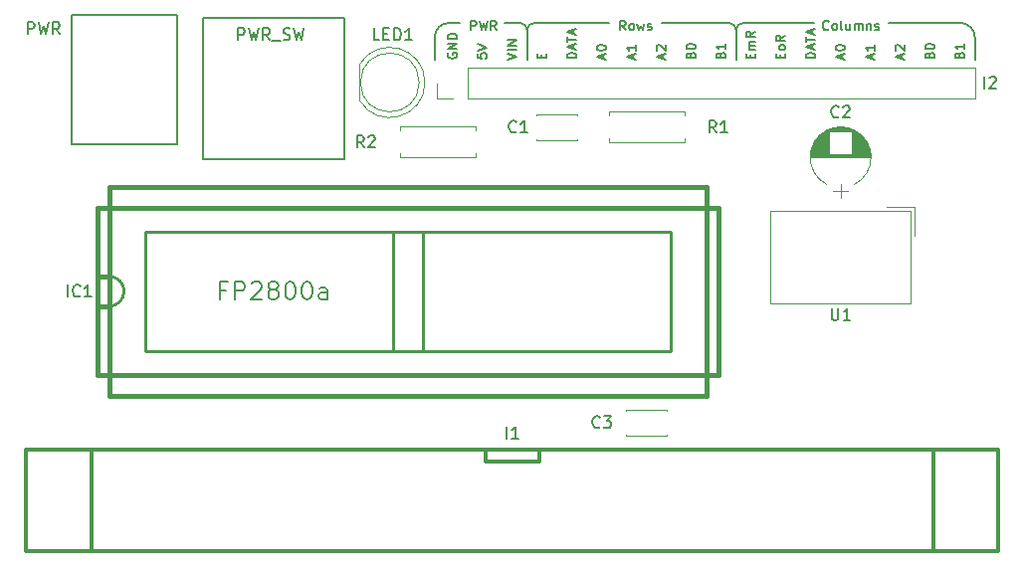
<source format=gbr>
G04 #@! TF.GenerationSoftware,KiCad,Pcbnew,(5.0.0-rc3-dev)*
G04 #@! TF.CreationDate,2019-01-29T23:40:13+01:00*
G04 #@! TF.ProjectId,Lawo 28x13,4C61776F2032387831332E6B69636164,0.12*
G04 #@! TF.SameCoordinates,Original*
G04 #@! TF.FileFunction,Legend,Top*
G04 #@! TF.FilePolarity,Positive*
%FSLAX46Y46*%
G04 Gerber Fmt 4.6, Leading zero omitted, Abs format (unit mm)*
G04 Created by KiCad (PCBNEW (5.0.0-rc3-dev)) date 2019 January 29, Tuesday 23:40:13*
%MOMM*%
%LPD*%
G01*
G04 APERTURE LIST*
%ADD10C,0.150000*%
%ADD11C,0.200000*%
%ADD12C,0.120000*%
%ADD13C,0.381000*%
%ADD14C,0.254000*%
%ADD15C,0.304800*%
%ADD16C,0.299720*%
%ADD17C,0.203200*%
G04 APERTURE END LIST*
D10*
X106108666Y-89860380D02*
X106108666Y-88860380D01*
X106489619Y-88860380D01*
X106584857Y-88908000D01*
X106632476Y-88955619D01*
X106680095Y-89050857D01*
X106680095Y-89193714D01*
X106632476Y-89288952D01*
X106584857Y-89336571D01*
X106489619Y-89384190D01*
X106108666Y-89384190D01*
X107013428Y-88860380D02*
X107251523Y-89860380D01*
X107442000Y-89146095D01*
X107632476Y-89860380D01*
X107870571Y-88860380D01*
X108822952Y-89860380D02*
X108489619Y-89384190D01*
X108251523Y-89860380D02*
X108251523Y-88860380D01*
X108632476Y-88860380D01*
X108727714Y-88908000D01*
X108775333Y-88955619D01*
X108822952Y-89050857D01*
X108822952Y-89193714D01*
X108775333Y-89288952D01*
X108727714Y-89336571D01*
X108632476Y-89384190D01*
X108251523Y-89384190D01*
X123984095Y-90368380D02*
X123984095Y-89368380D01*
X124365047Y-89368380D01*
X124460285Y-89416000D01*
X124507904Y-89463619D01*
X124555523Y-89558857D01*
X124555523Y-89701714D01*
X124507904Y-89796952D01*
X124460285Y-89844571D01*
X124365047Y-89892190D01*
X123984095Y-89892190D01*
X124888857Y-89368380D02*
X125126952Y-90368380D01*
X125317428Y-89654095D01*
X125507904Y-90368380D01*
X125746000Y-89368380D01*
X126698380Y-90368380D02*
X126365047Y-89892190D01*
X126126952Y-90368380D02*
X126126952Y-89368380D01*
X126507904Y-89368380D01*
X126603142Y-89416000D01*
X126650761Y-89463619D01*
X126698380Y-89558857D01*
X126698380Y-89701714D01*
X126650761Y-89796952D01*
X126603142Y-89844571D01*
X126507904Y-89892190D01*
X126126952Y-89892190D01*
X126888857Y-90463619D02*
X127650761Y-90463619D01*
X127841238Y-90320761D02*
X127984095Y-90368380D01*
X128222190Y-90368380D01*
X128317428Y-90320761D01*
X128365047Y-90273142D01*
X128412666Y-90177904D01*
X128412666Y-90082666D01*
X128365047Y-89987428D01*
X128317428Y-89939809D01*
X128222190Y-89892190D01*
X128031714Y-89844571D01*
X127936476Y-89796952D01*
X127888857Y-89749333D01*
X127841238Y-89654095D01*
X127841238Y-89558857D01*
X127888857Y-89463619D01*
X127936476Y-89416000D01*
X128031714Y-89368380D01*
X128269809Y-89368380D01*
X128412666Y-89416000D01*
X128746000Y-89368380D02*
X128984095Y-90368380D01*
X129174571Y-89654095D01*
X129365047Y-90368380D01*
X129603142Y-89368380D01*
D11*
X186690000Y-90170000D02*
G75*
G03X185420000Y-88900000I-1270000J0D01*
G01*
X166370000Y-89535000D02*
G75*
G03X165735000Y-88900000I-635000J0D01*
G01*
X167005000Y-88900000D02*
G75*
G03X166370000Y-89535000I0J-635000D01*
G01*
X165100000Y-88900000D02*
X165735000Y-88900000D01*
X167640000Y-88900000D02*
X167005000Y-88900000D01*
X166370000Y-89535000D02*
X166370000Y-92075000D01*
X149225000Y-88900000D02*
X149860000Y-88900000D01*
X147955000Y-88900000D02*
X147320000Y-88900000D01*
X148590000Y-89535000D02*
X148590000Y-92075000D01*
X149225000Y-88900000D02*
G75*
G03X148590000Y-89535000I0J-635000D01*
G01*
X148590000Y-89535000D02*
G75*
G03X147955000Y-88900000I-635000J0D01*
G01*
X141986000Y-88900000D02*
G75*
G03X140716000Y-90170000I0J-1270000D01*
G01*
D10*
X160153333Y-91952119D02*
X160153333Y-91571166D01*
X160381904Y-92028309D02*
X159581904Y-91761642D01*
X160381904Y-91494976D01*
X159658095Y-91266404D02*
X159620000Y-91228309D01*
X159581904Y-91152119D01*
X159581904Y-90961642D01*
X159620000Y-90885452D01*
X159658095Y-90847357D01*
X159734285Y-90809261D01*
X159810476Y-90809261D01*
X159924761Y-90847357D01*
X160381904Y-91304500D01*
X160381904Y-90809261D01*
D11*
X141986000Y-88900000D02*
X142875000Y-88900000D01*
X140716000Y-92075000D02*
X140716000Y-90170000D01*
X147320000Y-88900000D02*
X146685000Y-88900000D01*
D10*
X143797976Y-89515904D02*
X143797976Y-88715904D01*
X144102738Y-88715904D01*
X144178928Y-88754000D01*
X144217023Y-88792095D01*
X144255119Y-88868285D01*
X144255119Y-88982571D01*
X144217023Y-89058761D01*
X144178928Y-89096857D01*
X144102738Y-89134952D01*
X143797976Y-89134952D01*
X144521785Y-88715904D02*
X144712261Y-89515904D01*
X144864642Y-88944476D01*
X145017023Y-89515904D01*
X145207500Y-88715904D01*
X145969404Y-89515904D02*
X145702738Y-89134952D01*
X145512261Y-89515904D02*
X145512261Y-88715904D01*
X145817023Y-88715904D01*
X145893214Y-88754000D01*
X145931309Y-88792095D01*
X145969404Y-88868285D01*
X145969404Y-88982571D01*
X145931309Y-89058761D01*
X145893214Y-89096857D01*
X145817023Y-89134952D01*
X145512261Y-89134952D01*
D11*
X186690000Y-90170000D02*
X186690000Y-92075000D01*
X179324000Y-88900000D02*
X185420000Y-88900000D01*
X167640000Y-88900000D02*
X172974000Y-88900000D01*
X160020000Y-88900000D02*
X165100000Y-88900000D01*
X149860000Y-88900000D02*
X155575000Y-88900000D01*
D10*
X174227119Y-89439714D02*
X174189023Y-89477809D01*
X174074738Y-89515904D01*
X173998547Y-89515904D01*
X173884261Y-89477809D01*
X173808071Y-89401619D01*
X173769976Y-89325428D01*
X173731880Y-89173047D01*
X173731880Y-89058761D01*
X173769976Y-88906380D01*
X173808071Y-88830190D01*
X173884261Y-88754000D01*
X173998547Y-88715904D01*
X174074738Y-88715904D01*
X174189023Y-88754000D01*
X174227119Y-88792095D01*
X174684261Y-89515904D02*
X174608071Y-89477809D01*
X174569976Y-89439714D01*
X174531880Y-89363523D01*
X174531880Y-89134952D01*
X174569976Y-89058761D01*
X174608071Y-89020666D01*
X174684261Y-88982571D01*
X174798547Y-88982571D01*
X174874738Y-89020666D01*
X174912833Y-89058761D01*
X174950928Y-89134952D01*
X174950928Y-89363523D01*
X174912833Y-89439714D01*
X174874738Y-89477809D01*
X174798547Y-89515904D01*
X174684261Y-89515904D01*
X175408071Y-89515904D02*
X175331880Y-89477809D01*
X175293785Y-89401619D01*
X175293785Y-88715904D01*
X176055690Y-88982571D02*
X176055690Y-89515904D01*
X175712833Y-88982571D02*
X175712833Y-89401619D01*
X175750928Y-89477809D01*
X175827119Y-89515904D01*
X175941404Y-89515904D01*
X176017595Y-89477809D01*
X176055690Y-89439714D01*
X176436642Y-89515904D02*
X176436642Y-88982571D01*
X176436642Y-89058761D02*
X176474738Y-89020666D01*
X176550928Y-88982571D01*
X176665214Y-88982571D01*
X176741404Y-89020666D01*
X176779500Y-89096857D01*
X176779500Y-89515904D01*
X176779500Y-89096857D02*
X176817595Y-89020666D01*
X176893785Y-88982571D01*
X177008071Y-88982571D01*
X177084261Y-89020666D01*
X177122357Y-89096857D01*
X177122357Y-89515904D01*
X177503309Y-88982571D02*
X177503309Y-89515904D01*
X177503309Y-89058761D02*
X177541404Y-89020666D01*
X177617595Y-88982571D01*
X177731880Y-88982571D01*
X177808071Y-89020666D01*
X177846166Y-89096857D01*
X177846166Y-89515904D01*
X178189023Y-89477809D02*
X178265214Y-89515904D01*
X178417595Y-89515904D01*
X178493785Y-89477809D01*
X178531880Y-89401619D01*
X178531880Y-89363523D01*
X178493785Y-89287333D01*
X178417595Y-89249238D01*
X178303309Y-89249238D01*
X178227119Y-89211142D01*
X178189023Y-89134952D01*
X178189023Y-89096857D01*
X178227119Y-89020666D01*
X178303309Y-88982571D01*
X178417595Y-88982571D01*
X178493785Y-89020666D01*
X156955119Y-89515904D02*
X156688452Y-89134952D01*
X156497976Y-89515904D02*
X156497976Y-88715904D01*
X156802738Y-88715904D01*
X156878928Y-88754000D01*
X156917023Y-88792095D01*
X156955119Y-88868285D01*
X156955119Y-88982571D01*
X156917023Y-89058761D01*
X156878928Y-89096857D01*
X156802738Y-89134952D01*
X156497976Y-89134952D01*
X157412261Y-89515904D02*
X157336071Y-89477809D01*
X157297976Y-89439714D01*
X157259880Y-89363523D01*
X157259880Y-89134952D01*
X157297976Y-89058761D01*
X157336071Y-89020666D01*
X157412261Y-88982571D01*
X157526547Y-88982571D01*
X157602738Y-89020666D01*
X157640833Y-89058761D01*
X157678928Y-89134952D01*
X157678928Y-89363523D01*
X157640833Y-89439714D01*
X157602738Y-89477809D01*
X157526547Y-89515904D01*
X157412261Y-89515904D01*
X157945595Y-88982571D02*
X158097976Y-89515904D01*
X158250357Y-89134952D01*
X158402738Y-89515904D01*
X158555119Y-88982571D01*
X158821785Y-89477809D02*
X158897976Y-89515904D01*
X159050357Y-89515904D01*
X159126547Y-89477809D01*
X159164642Y-89401619D01*
X159164642Y-89363523D01*
X159126547Y-89287333D01*
X159050357Y-89249238D01*
X158936071Y-89249238D01*
X158859880Y-89211142D01*
X158821785Y-89134952D01*
X158821785Y-89096857D01*
X158859880Y-89020666D01*
X158936071Y-88982571D01*
X159050357Y-88982571D01*
X159126547Y-89020666D01*
X170122857Y-91914023D02*
X170122857Y-91647357D01*
X170541904Y-91533071D02*
X170541904Y-91914023D01*
X169741904Y-91914023D01*
X169741904Y-91533071D01*
X170541904Y-91075928D02*
X170503809Y-91152119D01*
X170465714Y-91190214D01*
X170389523Y-91228309D01*
X170160952Y-91228309D01*
X170084761Y-91190214D01*
X170046666Y-91152119D01*
X170008571Y-91075928D01*
X170008571Y-90961642D01*
X170046666Y-90885452D01*
X170084761Y-90847357D01*
X170160952Y-90809261D01*
X170389523Y-90809261D01*
X170465714Y-90847357D01*
X170503809Y-90885452D01*
X170541904Y-90961642D01*
X170541904Y-91075928D01*
X170541904Y-90009261D02*
X170160952Y-90275928D01*
X170541904Y-90466404D02*
X169741904Y-90466404D01*
X169741904Y-90161642D01*
X169780000Y-90085452D01*
X169818095Y-90047357D01*
X169894285Y-90009261D01*
X170008571Y-90009261D01*
X170084761Y-90047357D01*
X170122857Y-90085452D01*
X170160952Y-90161642D01*
X170160952Y-90466404D01*
X173081904Y-91914023D02*
X172281904Y-91914023D01*
X172281904Y-91723547D01*
X172320000Y-91609261D01*
X172396190Y-91533071D01*
X172472380Y-91494976D01*
X172624761Y-91456880D01*
X172739047Y-91456880D01*
X172891428Y-91494976D01*
X172967619Y-91533071D01*
X173043809Y-91609261D01*
X173081904Y-91723547D01*
X173081904Y-91914023D01*
X172853333Y-91152119D02*
X172853333Y-90771166D01*
X173081904Y-91228309D02*
X172281904Y-90961642D01*
X173081904Y-90694976D01*
X172281904Y-90542595D02*
X172281904Y-90085452D01*
X173081904Y-90314023D02*
X172281904Y-90314023D01*
X172853333Y-89856880D02*
X172853333Y-89475928D01*
X173081904Y-89933071D02*
X172281904Y-89666404D01*
X173081904Y-89399738D01*
X149802857Y-91914023D02*
X149802857Y-91647357D01*
X150221904Y-91533071D02*
X150221904Y-91914023D01*
X149421904Y-91914023D01*
X149421904Y-91533071D01*
X152761904Y-91914023D02*
X151961904Y-91914023D01*
X151961904Y-91723547D01*
X152000000Y-91609261D01*
X152076190Y-91533071D01*
X152152380Y-91494976D01*
X152304761Y-91456880D01*
X152419047Y-91456880D01*
X152571428Y-91494976D01*
X152647619Y-91533071D01*
X152723809Y-91609261D01*
X152761904Y-91723547D01*
X152761904Y-91914023D01*
X152533333Y-91152119D02*
X152533333Y-90771166D01*
X152761904Y-91228309D02*
X151961904Y-90961642D01*
X152761904Y-90694976D01*
X151961904Y-90542595D02*
X151961904Y-90085452D01*
X152761904Y-90314023D02*
X151961904Y-90314023D01*
X152533333Y-89856880D02*
X152533333Y-89475928D01*
X152761904Y-89933071D02*
X151961904Y-89666404D01*
X152761904Y-89399738D01*
X167582857Y-91914023D02*
X167582857Y-91647357D01*
X168001904Y-91533071D02*
X168001904Y-91914023D01*
X167201904Y-91914023D01*
X167201904Y-91533071D01*
X168001904Y-91190214D02*
X167468571Y-91190214D01*
X167544761Y-91190214D02*
X167506666Y-91152119D01*
X167468571Y-91075928D01*
X167468571Y-90961642D01*
X167506666Y-90885452D01*
X167582857Y-90847357D01*
X168001904Y-90847357D01*
X167582857Y-90847357D02*
X167506666Y-90809261D01*
X167468571Y-90733071D01*
X167468571Y-90618785D01*
X167506666Y-90542595D01*
X167582857Y-90504500D01*
X168001904Y-90504500D01*
X168001904Y-89666404D02*
X167620952Y-89933071D01*
X168001904Y-90123547D02*
X167201904Y-90123547D01*
X167201904Y-89818785D01*
X167240000Y-89742595D01*
X167278095Y-89704500D01*
X167354285Y-89666404D01*
X167468571Y-89666404D01*
X167544761Y-89704500D01*
X167582857Y-89742595D01*
X167620952Y-89818785D01*
X167620952Y-90123547D01*
X185362857Y-91647357D02*
X185400952Y-91533071D01*
X185439047Y-91494976D01*
X185515238Y-91456880D01*
X185629523Y-91456880D01*
X185705714Y-91494976D01*
X185743809Y-91533071D01*
X185781904Y-91609261D01*
X185781904Y-91914023D01*
X184981904Y-91914023D01*
X184981904Y-91647357D01*
X185020000Y-91571166D01*
X185058095Y-91533071D01*
X185134285Y-91494976D01*
X185210476Y-91494976D01*
X185286666Y-91533071D01*
X185324761Y-91571166D01*
X185362857Y-91647357D01*
X185362857Y-91914023D01*
X185781904Y-90694976D02*
X185781904Y-91152119D01*
X185781904Y-90923547D02*
X184981904Y-90923547D01*
X185096190Y-90999738D01*
X185172380Y-91075928D01*
X185210476Y-91152119D01*
X182822857Y-91647357D02*
X182860952Y-91533071D01*
X182899047Y-91494976D01*
X182975238Y-91456880D01*
X183089523Y-91456880D01*
X183165714Y-91494976D01*
X183203809Y-91533071D01*
X183241904Y-91609261D01*
X183241904Y-91914023D01*
X182441904Y-91914023D01*
X182441904Y-91647357D01*
X182480000Y-91571166D01*
X182518095Y-91533071D01*
X182594285Y-91494976D01*
X182670476Y-91494976D01*
X182746666Y-91533071D01*
X182784761Y-91571166D01*
X182822857Y-91647357D01*
X182822857Y-91914023D01*
X182441904Y-90961642D02*
X182441904Y-90885452D01*
X182480000Y-90809261D01*
X182518095Y-90771166D01*
X182594285Y-90733071D01*
X182746666Y-90694976D01*
X182937142Y-90694976D01*
X183089523Y-90733071D01*
X183165714Y-90771166D01*
X183203809Y-90809261D01*
X183241904Y-90885452D01*
X183241904Y-90961642D01*
X183203809Y-91037833D01*
X183165714Y-91075928D01*
X183089523Y-91114023D01*
X182937142Y-91152119D01*
X182746666Y-91152119D01*
X182594285Y-91114023D01*
X182518095Y-91075928D01*
X182480000Y-91037833D01*
X182441904Y-90961642D01*
X180473333Y-91952119D02*
X180473333Y-91571166D01*
X180701904Y-92028309D02*
X179901904Y-91761642D01*
X180701904Y-91494976D01*
X179978095Y-91266404D02*
X179940000Y-91228309D01*
X179901904Y-91152119D01*
X179901904Y-90961642D01*
X179940000Y-90885452D01*
X179978095Y-90847357D01*
X180054285Y-90809261D01*
X180130476Y-90809261D01*
X180244761Y-90847357D01*
X180701904Y-91304500D01*
X180701904Y-90809261D01*
X177933333Y-91952119D02*
X177933333Y-91571166D01*
X178161904Y-92028309D02*
X177361904Y-91761642D01*
X178161904Y-91494976D01*
X178161904Y-90809261D02*
X178161904Y-91266404D01*
X178161904Y-91037833D02*
X177361904Y-91037833D01*
X177476190Y-91114023D01*
X177552380Y-91190214D01*
X177590476Y-91266404D01*
X175393333Y-91952119D02*
X175393333Y-91571166D01*
X175621904Y-92028309D02*
X174821904Y-91761642D01*
X175621904Y-91494976D01*
X174821904Y-91075928D02*
X174821904Y-90999738D01*
X174860000Y-90923547D01*
X174898095Y-90885452D01*
X174974285Y-90847357D01*
X175126666Y-90809261D01*
X175317142Y-90809261D01*
X175469523Y-90847357D01*
X175545714Y-90885452D01*
X175583809Y-90923547D01*
X175621904Y-90999738D01*
X175621904Y-91075928D01*
X175583809Y-91152119D01*
X175545714Y-91190214D01*
X175469523Y-91228309D01*
X175317142Y-91266404D01*
X175126666Y-91266404D01*
X174974285Y-91228309D01*
X174898095Y-91190214D01*
X174860000Y-91152119D01*
X174821904Y-91075928D01*
X165042857Y-91647357D02*
X165080952Y-91533071D01*
X165119047Y-91494976D01*
X165195238Y-91456880D01*
X165309523Y-91456880D01*
X165385714Y-91494976D01*
X165423809Y-91533071D01*
X165461904Y-91609261D01*
X165461904Y-91914023D01*
X164661904Y-91914023D01*
X164661904Y-91647357D01*
X164700000Y-91571166D01*
X164738095Y-91533071D01*
X164814285Y-91494976D01*
X164890476Y-91494976D01*
X164966666Y-91533071D01*
X165004761Y-91571166D01*
X165042857Y-91647357D01*
X165042857Y-91914023D01*
X165461904Y-90694976D02*
X165461904Y-91152119D01*
X165461904Y-90923547D02*
X164661904Y-90923547D01*
X164776190Y-90999738D01*
X164852380Y-91075928D01*
X164890476Y-91152119D01*
X162502857Y-91647357D02*
X162540952Y-91533071D01*
X162579047Y-91494976D01*
X162655238Y-91456880D01*
X162769523Y-91456880D01*
X162845714Y-91494976D01*
X162883809Y-91533071D01*
X162921904Y-91609261D01*
X162921904Y-91914023D01*
X162121904Y-91914023D01*
X162121904Y-91647357D01*
X162160000Y-91571166D01*
X162198095Y-91533071D01*
X162274285Y-91494976D01*
X162350476Y-91494976D01*
X162426666Y-91533071D01*
X162464761Y-91571166D01*
X162502857Y-91647357D01*
X162502857Y-91914023D01*
X162121904Y-90961642D02*
X162121904Y-90885452D01*
X162160000Y-90809261D01*
X162198095Y-90771166D01*
X162274285Y-90733071D01*
X162426666Y-90694976D01*
X162617142Y-90694976D01*
X162769523Y-90733071D01*
X162845714Y-90771166D01*
X162883809Y-90809261D01*
X162921904Y-90885452D01*
X162921904Y-90961642D01*
X162883809Y-91037833D01*
X162845714Y-91075928D01*
X162769523Y-91114023D01*
X162617142Y-91152119D01*
X162426666Y-91152119D01*
X162274285Y-91114023D01*
X162198095Y-91075928D01*
X162160000Y-91037833D01*
X162121904Y-90961642D01*
X157613333Y-91952119D02*
X157613333Y-91571166D01*
X157841904Y-92028309D02*
X157041904Y-91761642D01*
X157841904Y-91494976D01*
X157841904Y-90809261D02*
X157841904Y-91266404D01*
X157841904Y-91037833D02*
X157041904Y-91037833D01*
X157156190Y-91114023D01*
X157232380Y-91190214D01*
X157270476Y-91266404D01*
X155073333Y-91952119D02*
X155073333Y-91571166D01*
X155301904Y-92028309D02*
X154501904Y-91761642D01*
X155301904Y-91494976D01*
X154501904Y-91075928D02*
X154501904Y-90999738D01*
X154540000Y-90923547D01*
X154578095Y-90885452D01*
X154654285Y-90847357D01*
X154806666Y-90809261D01*
X154997142Y-90809261D01*
X155149523Y-90847357D01*
X155225714Y-90885452D01*
X155263809Y-90923547D01*
X155301904Y-90999738D01*
X155301904Y-91075928D01*
X155263809Y-91152119D01*
X155225714Y-91190214D01*
X155149523Y-91228309D01*
X154997142Y-91266404D01*
X154806666Y-91266404D01*
X154654285Y-91228309D01*
X154578095Y-91190214D01*
X154540000Y-91152119D01*
X154501904Y-91075928D01*
X146881904Y-92028309D02*
X147681904Y-91761642D01*
X146881904Y-91494976D01*
X147681904Y-91228309D02*
X146881904Y-91228309D01*
X147681904Y-90847357D02*
X146881904Y-90847357D01*
X147681904Y-90390214D01*
X146881904Y-90390214D01*
X144341904Y-91531071D02*
X144341904Y-91912023D01*
X144722857Y-91950119D01*
X144684761Y-91912023D01*
X144646666Y-91835833D01*
X144646666Y-91645357D01*
X144684761Y-91569166D01*
X144722857Y-91531071D01*
X144799047Y-91492976D01*
X144989523Y-91492976D01*
X145065714Y-91531071D01*
X145103809Y-91569166D01*
X145141904Y-91645357D01*
X145141904Y-91835833D01*
X145103809Y-91912023D01*
X145065714Y-91950119D01*
X144341904Y-91264404D02*
X145141904Y-90997738D01*
X144341904Y-90731071D01*
X141840000Y-91492976D02*
X141801904Y-91569166D01*
X141801904Y-91683452D01*
X141840000Y-91797738D01*
X141916190Y-91873928D01*
X141992380Y-91912023D01*
X142144761Y-91950119D01*
X142259047Y-91950119D01*
X142411428Y-91912023D01*
X142487619Y-91873928D01*
X142563809Y-91797738D01*
X142601904Y-91683452D01*
X142601904Y-91607261D01*
X142563809Y-91492976D01*
X142525714Y-91454880D01*
X142259047Y-91454880D01*
X142259047Y-91607261D01*
X142601904Y-91112023D02*
X141801904Y-91112023D01*
X142601904Y-90654880D01*
X141801904Y-90654880D01*
X142601904Y-90273928D02*
X141801904Y-90273928D01*
X141801904Y-90083452D01*
X141840000Y-89969166D01*
X141916190Y-89892976D01*
X141992380Y-89854880D01*
X142144761Y-89816785D01*
X142259047Y-89816785D01*
X142411428Y-89854880D01*
X142487619Y-89892976D01*
X142563809Y-89969166D01*
X142601904Y-90083452D01*
X142601904Y-90273928D01*
D12*
G04 #@! TO.C,R2*
X144180000Y-100040000D02*
X144180000Y-100370000D01*
X144180000Y-100370000D02*
X137760000Y-100370000D01*
X137760000Y-100370000D02*
X137760000Y-100040000D01*
X144180000Y-98080000D02*
X144180000Y-97750000D01*
X144180000Y-97750000D02*
X137760000Y-97750000D01*
X137760000Y-97750000D02*
X137760000Y-98080000D01*
D13*
G04 #@! TO.C,IC1*
X113030000Y-110490000D02*
X112014000Y-110490000D01*
X113030000Y-113030000D02*
X112014000Y-113030000D01*
D14*
X113030000Y-113030000D02*
G75*
G03X114300000Y-111760000I0J1270000D01*
G01*
X114300000Y-111760000D02*
G75*
G03X113030000Y-110490000I-1270000J0D01*
G01*
D13*
X113030000Y-110490000D02*
X113030000Y-113030000D01*
D14*
X116078000Y-106680000D02*
X116078000Y-116840000D01*
X160782000Y-106680000D02*
X160782000Y-116840000D01*
X139700000Y-116840000D02*
X139700000Y-106680000D01*
X137160000Y-106680000D02*
X137160000Y-116840000D01*
D13*
X112014000Y-104648000D02*
X112014000Y-118872000D01*
X113030000Y-120650000D02*
X113030000Y-102870000D01*
X163830000Y-102870000D02*
X163830000Y-120650000D01*
X164846000Y-118872000D02*
X164846000Y-104648000D01*
X164846000Y-104648000D02*
X112014000Y-104648000D01*
X113030000Y-102870000D02*
X163830000Y-102870000D01*
X164846000Y-118872000D02*
X112014000Y-118872000D01*
X113030000Y-120650000D02*
X163830000Y-120650000D01*
D14*
X160782000Y-116840000D02*
X116078000Y-116840000D01*
X116078000Y-106680000D02*
X160782000Y-106680000D01*
D10*
G04 #@! TO.C,PWR_SW1*
X121000000Y-88488000D02*
X121000000Y-100488000D01*
X121000000Y-100488000D02*
X133000000Y-100488000D01*
X133000000Y-100488000D02*
X133000000Y-88488000D01*
X133000000Y-88488000D02*
X121000000Y-88488000D01*
D15*
G04 #@! TO.C,I1*
X188670000Y-133840000D02*
X188670000Y-125240000D01*
X105970000Y-133840000D02*
X105970000Y-125240000D01*
X188670000Y-125240000D02*
X105970000Y-125240000D01*
X105970000Y-133840000D02*
X188670000Y-133840000D01*
X183120000Y-133840000D02*
X183120000Y-125240000D01*
X111520000Y-133840000D02*
X111520000Y-125240000D01*
D16*
X145020000Y-125340000D02*
X145020000Y-126240000D01*
X145020000Y-126240000D02*
X149620000Y-126240000D01*
X149620000Y-126240000D02*
X149620000Y-125340000D01*
D10*
G04 #@! TO.C,PWR1*
X118800880Y-88201500D02*
X109799120Y-88201500D01*
X109799120Y-88201500D02*
X109799120Y-99202240D01*
X109799120Y-99202240D02*
X118800880Y-99202240D01*
X118800880Y-99202240D02*
X118800880Y-88201500D01*
D12*
G04 #@! TO.C,C1*
X149350000Y-96680000D02*
X152870000Y-96680000D01*
X149350000Y-98900000D02*
X152870000Y-98900000D01*
X149350000Y-96680000D02*
X149350000Y-96794000D01*
X149350000Y-98786000D02*
X149350000Y-98900000D01*
X152870000Y-96680000D02*
X152870000Y-96794000D01*
X152870000Y-98786000D02*
X152870000Y-98900000D01*
G04 #@! TO.C,C2*
X174610000Y-103200000D02*
X175910000Y-103200000D01*
X175260000Y-103800000D02*
X175260000Y-102600000D01*
X174906000Y-97789000D02*
X175614000Y-97789000D01*
X174701000Y-97829000D02*
X175819000Y-97829000D01*
X174553000Y-97869000D02*
X175967000Y-97869000D01*
X174431000Y-97909000D02*
X176089000Y-97909000D01*
X174326000Y-97949000D02*
X176194000Y-97949000D01*
X174232000Y-97989000D02*
X176288000Y-97989000D01*
X174148000Y-98029000D02*
X176372000Y-98029000D01*
X174071000Y-98069000D02*
X176449000Y-98069000D01*
X173999000Y-98109000D02*
X176521000Y-98109000D01*
X176240000Y-98149000D02*
X176587000Y-98149000D01*
X173933000Y-98149000D02*
X174280000Y-98149000D01*
X176240000Y-98189000D02*
X176650000Y-98189000D01*
X173870000Y-98189000D02*
X174280000Y-98189000D01*
X176240000Y-98229000D02*
X176708000Y-98229000D01*
X173812000Y-98229000D02*
X174280000Y-98229000D01*
X176240000Y-98269000D02*
X176764000Y-98269000D01*
X173756000Y-98269000D02*
X174280000Y-98269000D01*
X176240000Y-98309000D02*
X176816000Y-98309000D01*
X173704000Y-98309000D02*
X174280000Y-98309000D01*
X176240000Y-98349000D02*
X176866000Y-98349000D01*
X173654000Y-98349000D02*
X174280000Y-98349000D01*
X176240000Y-98389000D02*
X176914000Y-98389000D01*
X173606000Y-98389000D02*
X174280000Y-98389000D01*
X176240000Y-98429000D02*
X176959000Y-98429000D01*
X173561000Y-98429000D02*
X174280000Y-98429000D01*
X176240000Y-98469000D02*
X177002000Y-98469000D01*
X173518000Y-98469000D02*
X174280000Y-98469000D01*
X176240000Y-98509000D02*
X177043000Y-98509000D01*
X173477000Y-98509000D02*
X174280000Y-98509000D01*
X176240000Y-98549000D02*
X177083000Y-98549000D01*
X173437000Y-98549000D02*
X174280000Y-98549000D01*
X176240000Y-98589000D02*
X177121000Y-98589000D01*
X173399000Y-98589000D02*
X174280000Y-98589000D01*
X176240000Y-98629000D02*
X177157000Y-98629000D01*
X173363000Y-98629000D02*
X174280000Y-98629000D01*
X176240000Y-98669000D02*
X177192000Y-98669000D01*
X173328000Y-98669000D02*
X174280000Y-98669000D01*
X176240000Y-98709000D02*
X177225000Y-98709000D01*
X173295000Y-98709000D02*
X174280000Y-98709000D01*
X176240000Y-98749000D02*
X177257000Y-98749000D01*
X173263000Y-98749000D02*
X174280000Y-98749000D01*
X176240000Y-98789000D02*
X177288000Y-98789000D01*
X173232000Y-98789000D02*
X174280000Y-98789000D01*
X176240000Y-98829000D02*
X177318000Y-98829000D01*
X173202000Y-98829000D02*
X174280000Y-98829000D01*
X176240000Y-98869000D02*
X177346000Y-98869000D01*
X173174000Y-98869000D02*
X174280000Y-98869000D01*
X176240000Y-98909000D02*
X177373000Y-98909000D01*
X173147000Y-98909000D02*
X174280000Y-98909000D01*
X176240000Y-98949000D02*
X177400000Y-98949000D01*
X173120000Y-98949000D02*
X174280000Y-98949000D01*
X176240000Y-98989000D02*
X177425000Y-98989000D01*
X173095000Y-98989000D02*
X174280000Y-98989000D01*
X176240000Y-99029000D02*
X177449000Y-99029000D01*
X173071000Y-99029000D02*
X174280000Y-99029000D01*
X176240000Y-99069000D02*
X177472000Y-99069000D01*
X173048000Y-99069000D02*
X174280000Y-99069000D01*
X176240000Y-99109000D02*
X177494000Y-99109000D01*
X173026000Y-99109000D02*
X174280000Y-99109000D01*
X176240000Y-99149000D02*
X177516000Y-99149000D01*
X173004000Y-99149000D02*
X174280000Y-99149000D01*
X176240000Y-99189000D02*
X177536000Y-99189000D01*
X172984000Y-99189000D02*
X174280000Y-99189000D01*
X176240000Y-99229000D02*
X177556000Y-99229000D01*
X172964000Y-99229000D02*
X174280000Y-99229000D01*
X176240000Y-99269000D02*
X177575000Y-99269000D01*
X172945000Y-99269000D02*
X174280000Y-99269000D01*
X176240000Y-99309000D02*
X177593000Y-99309000D01*
X172927000Y-99309000D02*
X174280000Y-99309000D01*
X176240000Y-99349000D02*
X177610000Y-99349000D01*
X172910000Y-99349000D02*
X174280000Y-99349000D01*
X176240000Y-99389000D02*
X177626000Y-99389000D01*
X172894000Y-99389000D02*
X174280000Y-99389000D01*
X176240000Y-99429000D02*
X177642000Y-99429000D01*
X172878000Y-99429000D02*
X174280000Y-99429000D01*
X176240000Y-99469000D02*
X177656000Y-99469000D01*
X172864000Y-99469000D02*
X174280000Y-99469000D01*
X176240000Y-99509000D02*
X177670000Y-99509000D01*
X172850000Y-99509000D02*
X174280000Y-99509000D01*
X176240000Y-99549000D02*
X177684000Y-99549000D01*
X172836000Y-99549000D02*
X174280000Y-99549000D01*
X176240000Y-99589000D02*
X177696000Y-99589000D01*
X172824000Y-99589000D02*
X174280000Y-99589000D01*
X176240000Y-99629000D02*
X177708000Y-99629000D01*
X172812000Y-99629000D02*
X174280000Y-99629000D01*
X176240000Y-99670000D02*
X177720000Y-99670000D01*
X172800000Y-99670000D02*
X174280000Y-99670000D01*
X176240000Y-99710000D02*
X177730000Y-99710000D01*
X172790000Y-99710000D02*
X174280000Y-99710000D01*
X176240000Y-99750000D02*
X177740000Y-99750000D01*
X172780000Y-99750000D02*
X174280000Y-99750000D01*
X176240000Y-99790000D02*
X177749000Y-99790000D01*
X172771000Y-99790000D02*
X174280000Y-99790000D01*
X176240000Y-99830000D02*
X177758000Y-99830000D01*
X172762000Y-99830000D02*
X174280000Y-99830000D01*
X176240000Y-99870000D02*
X177766000Y-99870000D01*
X172754000Y-99870000D02*
X174280000Y-99870000D01*
X176240000Y-99910000D02*
X177773000Y-99910000D01*
X172747000Y-99910000D02*
X174280000Y-99910000D01*
X176240000Y-99950000D02*
X177779000Y-99950000D01*
X172741000Y-99950000D02*
X174280000Y-99950000D01*
X176240000Y-99990000D02*
X177785000Y-99990000D01*
X172735000Y-99990000D02*
X174280000Y-99990000D01*
X176240000Y-100030000D02*
X177791000Y-100030000D01*
X172729000Y-100030000D02*
X174280000Y-100030000D01*
X176240000Y-100070000D02*
X177795000Y-100070000D01*
X172725000Y-100070000D02*
X174280000Y-100070000D01*
X172721000Y-100110000D02*
X177799000Y-100110000D01*
X172717000Y-100150000D02*
X177803000Y-100150000D01*
X172714000Y-100190000D02*
X177806000Y-100190000D01*
X172712000Y-100230000D02*
X177808000Y-100230000D01*
X172711000Y-100270000D02*
X177809000Y-100270000D01*
X172710000Y-100310000D02*
X177810000Y-100310000D01*
X172710000Y-100350000D02*
X177810000Y-100350000D01*
X176439723Y-98044278D02*
G75*
G03X174080000Y-98044420I-1179723J-2305722D01*
G01*
X176439723Y-98044278D02*
G75*
G02X176440000Y-102655580I-1179723J-2305722D01*
G01*
X174080277Y-98044278D02*
G75*
G03X174080000Y-102655580I1179723J-2305722D01*
G01*
G04 #@! TO.C,C3*
X160490000Y-123932000D02*
X160490000Y-124046000D01*
X160490000Y-121826000D02*
X160490000Y-121940000D01*
X156970000Y-123932000D02*
X156970000Y-124046000D01*
X156970000Y-121826000D02*
X156970000Y-121940000D01*
X156970000Y-124046000D02*
X160490000Y-124046000D01*
X156970000Y-121826000D02*
X160490000Y-121826000D01*
G04 #@! TO.C,I2*
X140910000Y-95373500D02*
X140910000Y-94043500D01*
X142240000Y-95373500D02*
X140910000Y-95373500D01*
X143510000Y-92713500D02*
X143510000Y-95373500D01*
X186750000Y-92713500D02*
X143510000Y-92713500D01*
X186750000Y-95373500D02*
X186750000Y-92713500D01*
X143510000Y-95373500D02*
X186750000Y-95373500D01*
G04 #@! TO.C,LED1*
X134346000Y-92435000D02*
X134346000Y-95525000D01*
X139406000Y-93980000D02*
G75*
G03X139406000Y-93980000I-2500000J0D01*
G01*
X139896000Y-93979538D02*
G75*
G02X134346000Y-95524830I-2990000J-462D01*
G01*
X139896000Y-93980462D02*
G75*
G03X134346000Y-92435170I-2990000J462D01*
G01*
G04 #@! TO.C,R1*
X161960000Y-99100000D02*
X161960000Y-98770000D01*
X155540000Y-99100000D02*
X161960000Y-99100000D01*
X155540000Y-98770000D02*
X155540000Y-99100000D01*
X161960000Y-96480000D02*
X161960000Y-96810000D01*
X155540000Y-96480000D02*
X161960000Y-96480000D01*
X155540000Y-96810000D02*
X155540000Y-96480000D01*
G04 #@! TO.C,U1*
X181220000Y-104919000D02*
X181220000Y-112769000D01*
X181220000Y-112769000D02*
X169280000Y-112769000D01*
X169280000Y-112769000D02*
X169280000Y-104919000D01*
X169280000Y-104919000D02*
X181220000Y-104919000D01*
X181550000Y-107039000D02*
X181550000Y-104589000D01*
X181550000Y-104589000D02*
X179220000Y-104589000D01*
G04 #@! TO.C,R2*
D10*
X134707333Y-99512380D02*
X134374000Y-99036190D01*
X134135904Y-99512380D02*
X134135904Y-98512380D01*
X134516857Y-98512380D01*
X134612095Y-98560000D01*
X134659714Y-98607619D01*
X134707333Y-98702857D01*
X134707333Y-98845714D01*
X134659714Y-98940952D01*
X134612095Y-98988571D01*
X134516857Y-99036190D01*
X134135904Y-99036190D01*
X135088285Y-98607619D02*
X135135904Y-98560000D01*
X135231142Y-98512380D01*
X135469238Y-98512380D01*
X135564476Y-98560000D01*
X135612095Y-98607619D01*
X135659714Y-98702857D01*
X135659714Y-98798095D01*
X135612095Y-98940952D01*
X135040666Y-99512380D01*
X135659714Y-99512380D01*
G04 #@! TO.C,IC1*
X109513809Y-112212380D02*
X109513809Y-111212380D01*
X110561428Y-112117142D02*
X110513809Y-112164761D01*
X110370952Y-112212380D01*
X110275714Y-112212380D01*
X110132857Y-112164761D01*
X110037619Y-112069523D01*
X109990000Y-111974285D01*
X109942380Y-111783809D01*
X109942380Y-111640952D01*
X109990000Y-111450476D01*
X110037619Y-111355238D01*
X110132857Y-111260000D01*
X110275714Y-111212380D01*
X110370952Y-111212380D01*
X110513809Y-111260000D01*
X110561428Y-111307619D01*
X111513809Y-112212380D02*
X110942380Y-112212380D01*
X111228095Y-112212380D02*
X111228095Y-111212380D01*
X111132857Y-111355238D01*
X111037619Y-111450476D01*
X110942380Y-111498095D01*
D11*
X122928571Y-111652857D02*
X122428571Y-111652857D01*
X122428571Y-112438571D02*
X122428571Y-110938571D01*
X123142857Y-110938571D01*
X123714285Y-112438571D02*
X123714285Y-110938571D01*
X124285714Y-110938571D01*
X124428571Y-111010000D01*
X124500000Y-111081428D01*
X124571428Y-111224285D01*
X124571428Y-111438571D01*
X124500000Y-111581428D01*
X124428571Y-111652857D01*
X124285714Y-111724285D01*
X123714285Y-111724285D01*
X125142857Y-111081428D02*
X125214285Y-111010000D01*
X125357142Y-110938571D01*
X125714285Y-110938571D01*
X125857142Y-111010000D01*
X125928571Y-111081428D01*
X126000000Y-111224285D01*
X126000000Y-111367142D01*
X125928571Y-111581428D01*
X125071428Y-112438571D01*
X126000000Y-112438571D01*
X126857142Y-111581428D02*
X126714285Y-111510000D01*
X126642857Y-111438571D01*
X126571428Y-111295714D01*
X126571428Y-111224285D01*
X126642857Y-111081428D01*
X126714285Y-111010000D01*
X126857142Y-110938571D01*
X127142857Y-110938571D01*
X127285714Y-111010000D01*
X127357142Y-111081428D01*
X127428571Y-111224285D01*
X127428571Y-111295714D01*
X127357142Y-111438571D01*
X127285714Y-111510000D01*
X127142857Y-111581428D01*
X126857142Y-111581428D01*
X126714285Y-111652857D01*
X126642857Y-111724285D01*
X126571428Y-111867142D01*
X126571428Y-112152857D01*
X126642857Y-112295714D01*
X126714285Y-112367142D01*
X126857142Y-112438571D01*
X127142857Y-112438571D01*
X127285714Y-112367142D01*
X127357142Y-112295714D01*
X127428571Y-112152857D01*
X127428571Y-111867142D01*
X127357142Y-111724285D01*
X127285714Y-111652857D01*
X127142857Y-111581428D01*
X128357142Y-110938571D02*
X128500000Y-110938571D01*
X128642857Y-111010000D01*
X128714285Y-111081428D01*
X128785714Y-111224285D01*
X128857142Y-111510000D01*
X128857142Y-111867142D01*
X128785714Y-112152857D01*
X128714285Y-112295714D01*
X128642857Y-112367142D01*
X128500000Y-112438571D01*
X128357142Y-112438571D01*
X128214285Y-112367142D01*
X128142857Y-112295714D01*
X128071428Y-112152857D01*
X128000000Y-111867142D01*
X128000000Y-111510000D01*
X128071428Y-111224285D01*
X128142857Y-111081428D01*
X128214285Y-111010000D01*
X128357142Y-110938571D01*
X129785714Y-110938571D02*
X129928571Y-110938571D01*
X130071428Y-111010000D01*
X130142857Y-111081428D01*
X130214285Y-111224285D01*
X130285714Y-111510000D01*
X130285714Y-111867142D01*
X130214285Y-112152857D01*
X130142857Y-112295714D01*
X130071428Y-112367142D01*
X129928571Y-112438571D01*
X129785714Y-112438571D01*
X129642857Y-112367142D01*
X129571428Y-112295714D01*
X129500000Y-112152857D01*
X129428571Y-111867142D01*
X129428571Y-111510000D01*
X129500000Y-111224285D01*
X129571428Y-111081428D01*
X129642857Y-111010000D01*
X129785714Y-110938571D01*
X131571428Y-112438571D02*
X131571428Y-111652857D01*
X131500000Y-111510000D01*
X131357142Y-111438571D01*
X131071428Y-111438571D01*
X130928571Y-111510000D01*
X131571428Y-112367142D02*
X131428571Y-112438571D01*
X131071428Y-112438571D01*
X130928571Y-112367142D01*
X130857142Y-112224285D01*
X130857142Y-112081428D01*
X130928571Y-111938571D01*
X131071428Y-111867142D01*
X131428571Y-111867142D01*
X131571428Y-111795714D01*
G04 #@! TO.C,I1*
D17*
X146843809Y-124277380D02*
X146843809Y-123277380D01*
X147843809Y-124277380D02*
X147272380Y-124277380D01*
X147558095Y-124277380D02*
X147558095Y-123277380D01*
X147462857Y-123420238D01*
X147367619Y-123515476D01*
X147272380Y-123563095D01*
G04 #@! TO.C,C1*
D10*
X147661333Y-98147142D02*
X147613714Y-98194761D01*
X147470857Y-98242380D01*
X147375619Y-98242380D01*
X147232761Y-98194761D01*
X147137523Y-98099523D01*
X147089904Y-98004285D01*
X147042285Y-97813809D01*
X147042285Y-97670952D01*
X147089904Y-97480476D01*
X147137523Y-97385238D01*
X147232761Y-97290000D01*
X147375619Y-97242380D01*
X147470857Y-97242380D01*
X147613714Y-97290000D01*
X147661333Y-97337619D01*
X148613714Y-98242380D02*
X148042285Y-98242380D01*
X148328000Y-98242380D02*
X148328000Y-97242380D01*
X148232761Y-97385238D01*
X148137523Y-97480476D01*
X148042285Y-97528095D01*
G04 #@! TO.C,C2*
X175093333Y-96877142D02*
X175045714Y-96924761D01*
X174902857Y-96972380D01*
X174807619Y-96972380D01*
X174664761Y-96924761D01*
X174569523Y-96829523D01*
X174521904Y-96734285D01*
X174474285Y-96543809D01*
X174474285Y-96400952D01*
X174521904Y-96210476D01*
X174569523Y-96115238D01*
X174664761Y-96020000D01*
X174807619Y-95972380D01*
X174902857Y-95972380D01*
X175045714Y-96020000D01*
X175093333Y-96067619D01*
X175474285Y-96067619D02*
X175521904Y-96020000D01*
X175617142Y-95972380D01*
X175855238Y-95972380D01*
X175950476Y-96020000D01*
X175998095Y-96067619D01*
X176045714Y-96162857D01*
X176045714Y-96258095D01*
X175998095Y-96400952D01*
X175426666Y-96972380D01*
X176045714Y-96972380D01*
G04 #@! TO.C,C3*
X154773333Y-123293142D02*
X154725714Y-123340761D01*
X154582857Y-123388380D01*
X154487619Y-123388380D01*
X154344761Y-123340761D01*
X154249523Y-123245523D01*
X154201904Y-123150285D01*
X154154285Y-122959809D01*
X154154285Y-122816952D01*
X154201904Y-122626476D01*
X154249523Y-122531238D01*
X154344761Y-122436000D01*
X154487619Y-122388380D01*
X154582857Y-122388380D01*
X154725714Y-122436000D01*
X154773333Y-122483619D01*
X155106666Y-122388380D02*
X155725714Y-122388380D01*
X155392380Y-122769333D01*
X155535238Y-122769333D01*
X155630476Y-122816952D01*
X155678095Y-122864571D01*
X155725714Y-122959809D01*
X155725714Y-123197904D01*
X155678095Y-123293142D01*
X155630476Y-123340761D01*
X155535238Y-123388380D01*
X155249523Y-123388380D01*
X155154285Y-123340761D01*
X155106666Y-123293142D01*
G04 #@! TO.C,I2*
X187483809Y-94495880D02*
X187483809Y-93495880D01*
X187912380Y-93591119D02*
X187960000Y-93543500D01*
X188055238Y-93495880D01*
X188293333Y-93495880D01*
X188388571Y-93543500D01*
X188436190Y-93591119D01*
X188483809Y-93686357D01*
X188483809Y-93781595D01*
X188436190Y-93924452D01*
X187864761Y-94495880D01*
X188483809Y-94495880D01*
G04 #@! TO.C,LED1*
X136040952Y-90368380D02*
X135564761Y-90368380D01*
X135564761Y-89368380D01*
X136374285Y-89844571D02*
X136707619Y-89844571D01*
X136850476Y-90368380D02*
X136374285Y-90368380D01*
X136374285Y-89368380D01*
X136850476Y-89368380D01*
X137279047Y-90368380D02*
X137279047Y-89368380D01*
X137517142Y-89368380D01*
X137660000Y-89416000D01*
X137755238Y-89511238D01*
X137802857Y-89606476D01*
X137850476Y-89796952D01*
X137850476Y-89939809D01*
X137802857Y-90130285D01*
X137755238Y-90225523D01*
X137660000Y-90320761D01*
X137517142Y-90368380D01*
X137279047Y-90368380D01*
X138802857Y-90368380D02*
X138231428Y-90368380D01*
X138517142Y-90368380D02*
X138517142Y-89368380D01*
X138421904Y-89511238D01*
X138326666Y-89606476D01*
X138231428Y-89654095D01*
G04 #@! TO.C,R1*
X164679333Y-98242380D02*
X164346000Y-97766190D01*
X164107904Y-98242380D02*
X164107904Y-97242380D01*
X164488857Y-97242380D01*
X164584095Y-97290000D01*
X164631714Y-97337619D01*
X164679333Y-97432857D01*
X164679333Y-97575714D01*
X164631714Y-97670952D01*
X164584095Y-97718571D01*
X164488857Y-97766190D01*
X164107904Y-97766190D01*
X165631714Y-98242380D02*
X165060285Y-98242380D01*
X165346000Y-98242380D02*
X165346000Y-97242380D01*
X165250761Y-97385238D01*
X165155523Y-97480476D01*
X165060285Y-97528095D01*
G04 #@! TO.C,U1*
X174498095Y-113201380D02*
X174498095Y-114010904D01*
X174545714Y-114106142D01*
X174593333Y-114153761D01*
X174688571Y-114201380D01*
X174879047Y-114201380D01*
X174974285Y-114153761D01*
X175021904Y-114106142D01*
X175069523Y-114010904D01*
X175069523Y-113201380D01*
X176069523Y-114201380D02*
X175498095Y-114201380D01*
X175783809Y-114201380D02*
X175783809Y-113201380D01*
X175688571Y-113344238D01*
X175593333Y-113439476D01*
X175498095Y-113487095D01*
G04 #@! TD*
M02*

</source>
